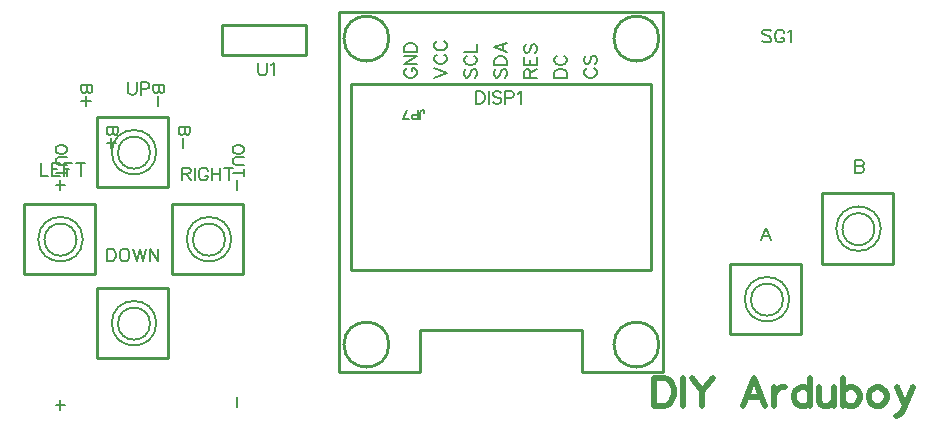
<source format=gto>
G04 ---------------------------- Layer name :TOP SILK LAYER*
G04 easyEDA 0.1*
G04 Scale: 100 percent, Rotated: No, Reflected: No *
G04 Dimensions in inches *
G04 leading zeros omitted , absolute positions ,2 integer and 4 * 
%FSLAX24Y24*%
%MOIN*%
G90*
G70D02*

%ADD10C,0.010000*%
%ADD11C,0.005000*%
%ADD12C,0.020000*%
%ADD13C,0.008000*%
%ADD14C,0.007000*%
%ADD15C,0.006000*%

%LPD*%
G54D10*
G01X12500Y13850D02*
G01X23300Y13850D01*
G01X12500Y13850D02*
G01X12500Y1850D01*
G01X12500Y1850D02*
G01X15200Y1850D01*
G01X23300Y13850D02*
G01X23300Y1850D01*
G01X15200Y3250D02*
G01X20600Y3250D01*
G01X20600Y1850D01*
G01X15200Y3250D02*
G01X15200Y1850D01*
G01X20600Y1850D02*
G01X23300Y1850D01*
G01X12900Y11250D02*
G01X12900Y11450D01*
G01X22900Y11450D01*
G01X22900Y5250D01*
G01X12900Y5250D01*
G01X12900Y11250D01*
G01X11400Y12400D02*
G01X8600Y12400D01*
G01X8600Y12400D02*
G01X8600Y13400D01*
G01X8600Y13400D02*
G01X11400Y13400D01*
G01X11400Y13400D02*
G01X11400Y12400D01*
G01X4431Y10350D02*
G01X6793Y10350D01*
G01X6793Y7987D01*
G01X4431Y7987D01*
G01X4431Y10350D01*
G01X6931Y7450D02*
G01X9293Y7450D01*
G01X9293Y5087D01*
G01X6931Y5087D01*
G01X6931Y7450D01*
G01X4431Y4650D02*
G01X6793Y4650D01*
G01X6793Y2287D01*
G01X4431Y2287D01*
G01X4431Y4650D01*
G01X1981Y7450D02*
G01X4343Y7450D01*
G01X4343Y5087D01*
G01X1981Y5087D01*
G01X1981Y7450D01*
G01X25531Y5450D02*
G01X27893Y5450D01*
G01X27893Y3087D01*
G01X25531Y3087D01*
G01X25531Y5450D01*
G01X28581Y7800D02*
G01X30943Y7800D01*
G01X30943Y5437D01*
G01X28581Y5437D01*
G01X28581Y7800D01*
G54D12*
G01X22999Y1649D02*
G01X22999Y695D01*
G01X22999Y1649D02*
G01X23318Y1649D01*
G01X23454Y1604D01*
G01X23545Y1513D01*
G01X23590Y1422D01*
G01X23636Y1286D01*
G01X23636Y1059D01*
G01X23590Y922D01*
G01X23545Y831D01*
G01X23454Y740D01*
G01X23318Y695D01*
G01X22999Y695D01*
G01X23936Y1649D02*
G01X23936Y695D01*
G01X24236Y1649D02*
G01X24599Y1195D01*
G01X24599Y695D01*
G01X24963Y1649D02*
G01X24599Y1195D01*
G01X26327Y1649D02*
G01X25963Y695D01*
G01X26327Y1649D02*
G01X26690Y695D01*
G01X26099Y1013D02*
G01X26554Y1013D01*
G01X26990Y1331D02*
G01X26990Y695D01*
G01X26990Y1059D02*
G01X27036Y1195D01*
G01X27127Y1286D01*
G01X27218Y1331D01*
G01X27354Y1331D01*
G01X28199Y1649D02*
G01X28199Y695D01*
G01X28199Y1195D02*
G01X28109Y1286D01*
G01X28018Y1331D01*
G01X27881Y1331D01*
G01X27790Y1286D01*
G01X27699Y1195D01*
G01X27654Y1059D01*
G01X27654Y968D01*
G01X27699Y831D01*
G01X27790Y740D01*
G01X27881Y695D01*
G01X28018Y695D01*
G01X28109Y740D01*
G01X28199Y831D01*
G01X28499Y1331D02*
G01X28499Y877D01*
G01X28545Y740D01*
G01X28636Y695D01*
G01X28772Y695D01*
G01X28863Y740D01*
G01X28999Y877D01*
G01X28999Y1331D02*
G01X28999Y695D01*
G01X29299Y1649D02*
G01X29299Y695D01*
G01X29299Y1195D02*
G01X29390Y1286D01*
G01X29481Y1331D01*
G01X29618Y1331D01*
G01X29709Y1286D01*
G01X29799Y1195D01*
G01X29845Y1059D01*
G01X29845Y968D01*
G01X29799Y831D01*
G01X29709Y740D01*
G01X29618Y695D01*
G01X29481Y695D01*
G01X29390Y740D01*
G01X29299Y831D01*
G01X30372Y1331D02*
G01X30281Y1286D01*
G01X30190Y1195D01*
G01X30145Y1059D01*
G01X30145Y968D01*
G01X30190Y831D01*
G01X30281Y740D01*
G01X30372Y695D01*
G01X30509Y695D01*
G01X30599Y740D01*
G01X30690Y831D01*
G01X30736Y968D01*
G01X30736Y1059D01*
G01X30690Y1195D01*
G01X30599Y1286D01*
G01X30509Y1331D01*
G01X30372Y1331D01*
G01X31081Y1331D02*
G01X31354Y695D01*
G01X31627Y1331D02*
G01X31354Y695D01*
G01X31263Y513D01*
G01X31172Y422D01*
G01X31081Y377D01*
G01X31036Y377D01*
G54D13*
G01X6667Y11400D02*
G01X6286Y11400D01*
G01X6667Y11400D02*
G01X6667Y11236D01*
G01X6650Y11182D01*
G01X6632Y11163D01*
G01X6594Y11144D01*
G01X6559Y11144D01*
G01X6523Y11163D01*
G01X6505Y11182D01*
G01X6486Y11236D01*
G01X6486Y11400D02*
G01X6486Y11236D01*
G01X6467Y11182D01*
G01X6450Y11163D01*
G01X6413Y11144D01*
G01X6359Y11144D01*
G01X6323Y11163D01*
G01X6305Y11182D01*
G01X6286Y11236D01*
G01X6286Y11400D01*
G01X6450Y11025D02*
G01X6450Y10698D01*
G01X4267Y11400D02*
G01X3886Y11400D01*
G01X4267Y11400D02*
G01X4267Y11236D01*
G01X4250Y11182D01*
G01X4232Y11163D01*
G01X4194Y11144D01*
G01X4159Y11144D01*
G01X4123Y11163D01*
G01X4105Y11182D01*
G01X4086Y11236D01*
G01X4086Y11400D02*
G01X4086Y11236D01*
G01X4067Y11182D01*
G01X4050Y11163D01*
G01X4013Y11144D01*
G01X3959Y11144D01*
G01X3923Y11163D01*
G01X3905Y11182D01*
G01X3886Y11236D01*
G01X3886Y11400D01*
G01X4213Y10861D02*
G01X3886Y10861D01*
G01X4050Y11025D02*
G01X4050Y10698D01*
G01X9317Y9290D02*
G01X9300Y9326D01*
G01X9263Y9363D01*
G01X9226Y9382D01*
G01X9173Y9400D01*
G01X9082Y9400D01*
G01X9026Y9382D01*
G01X8990Y9363D01*
G01X8955Y9326D01*
G01X8936Y9290D01*
G01X8936Y9217D01*
G01X8955Y9182D01*
G01X8990Y9144D01*
G01X9026Y9126D01*
G01X9082Y9109D01*
G01X9173Y9109D01*
G01X9226Y9126D01*
G01X9263Y9144D01*
G01X9300Y9182D01*
G01X9317Y9217D01*
G01X9317Y9290D01*
G01X9317Y8988D02*
G01X9044Y8988D01*
G01X8990Y8971D01*
G01X8955Y8934D01*
G01X8936Y8880D01*
G01X8936Y8844D01*
G01X8955Y8788D01*
G01X8990Y8753D01*
G01X9044Y8734D01*
G01X9317Y8734D01*
G01X9317Y8486D02*
G01X8936Y8486D01*
G01X9317Y8615D02*
G01X9317Y8359D01*
G01X9100Y8240D02*
G01X9100Y7913D01*
G01X7517Y10000D02*
G01X7136Y10000D01*
G01X7517Y10000D02*
G01X7517Y9836D01*
G01X7500Y9782D01*
G01X7482Y9763D01*
G01X7444Y9744D01*
G01X7409Y9744D01*
G01X7373Y9763D01*
G01X7355Y9782D01*
G01X7336Y9836D01*
G01X7336Y10000D02*
G01X7336Y9836D01*
G01X7317Y9782D01*
G01X7300Y9763D01*
G01X7263Y9744D01*
G01X7209Y9744D01*
G01X7173Y9763D01*
G01X7155Y9782D01*
G01X7136Y9836D01*
G01X7136Y10000D01*
G01X7300Y9625D02*
G01X7300Y9298D01*
G01X5117Y10000D02*
G01X4736Y10000D01*
G01X5117Y10000D02*
G01X5117Y9836D01*
G01X5100Y9782D01*
G01X5082Y9763D01*
G01X5044Y9744D01*
G01X5009Y9744D01*
G01X4973Y9763D01*
G01X4955Y9782D01*
G01X4936Y9836D01*
G01X4936Y10000D02*
G01X4936Y9836D01*
G01X4917Y9782D01*
G01X4900Y9763D01*
G01X4863Y9744D01*
G01X4809Y9744D01*
G01X4773Y9763D01*
G01X4755Y9782D01*
G01X4736Y9836D01*
G01X4736Y10000D01*
G01X5063Y9461D02*
G01X4736Y9461D01*
G01X4900Y9625D02*
G01X4900Y9298D01*
G01X3417Y9290D02*
G01X3400Y9326D01*
G01X3363Y9363D01*
G01X3326Y9382D01*
G01X3273Y9400D01*
G01X3182Y9400D01*
G01X3126Y9382D01*
G01X3090Y9363D01*
G01X3055Y9326D01*
G01X3036Y9290D01*
G01X3036Y9217D01*
G01X3055Y9182D01*
G01X3090Y9144D01*
G01X3126Y9126D01*
G01X3182Y9109D01*
G01X3273Y9109D01*
G01X3326Y9126D01*
G01X3363Y9144D01*
G01X3400Y9182D01*
G01X3417Y9217D01*
G01X3417Y9290D01*
G01X3417Y8988D02*
G01X3144Y8988D01*
G01X3090Y8971D01*
G01X3055Y8934D01*
G01X3036Y8880D01*
G01X3036Y8844D01*
G01X3055Y8788D01*
G01X3090Y8753D01*
G01X3144Y8734D01*
G01X3417Y8734D01*
G01X3417Y8486D02*
G01X3036Y8486D01*
G01X3417Y8615D02*
G01X3417Y8359D01*
G01X3363Y8076D02*
G01X3036Y8076D01*
G01X3200Y8240D02*
G01X3200Y7913D01*
G01X9100Y1000D02*
G01X9100Y673D01*
G01X3363Y736D02*
G01X3036Y736D01*
G01X3200Y900D02*
G01X3200Y573D01*
G54D14*
G01X17050Y11200D02*
G01X17050Y10771D01*
G01X17050Y11200D02*
G01X17192Y11200D01*
G01X17255Y11180D01*
G01X17294Y11138D01*
G01X17315Y11098D01*
G01X17336Y11036D01*
G01X17336Y10934D01*
G01X17315Y10873D01*
G01X17294Y10832D01*
G01X17255Y10790D01*
G01X17192Y10771D01*
G01X17050Y10771D01*
G01X17471Y11200D02*
G01X17471Y10771D01*
G01X17892Y11138D02*
G01X17852Y11180D01*
G01X17790Y11200D01*
G01X17709Y11200D01*
G01X17646Y11180D01*
G01X17605Y11138D01*
G01X17605Y11098D01*
G01X17627Y11057D01*
G01X17646Y11036D01*
G01X17688Y11015D01*
G01X17811Y10975D01*
G01X17852Y10955D01*
G01X17871Y10934D01*
G01X17892Y10894D01*
G01X17892Y10832D01*
G01X17852Y10790D01*
G01X17790Y10771D01*
G01X17709Y10771D01*
G01X17646Y10790D01*
G01X17605Y10832D01*
G01X18028Y11200D02*
G01X18028Y10771D01*
G01X18028Y11200D02*
G01X18211Y11200D01*
G01X18273Y11180D01*
G01X18294Y11159D01*
G01X18313Y11119D01*
G01X18313Y11057D01*
G01X18294Y11015D01*
G01X18273Y10996D01*
G01X18211Y10975D01*
G01X18028Y10975D01*
G01X18448Y11119D02*
G01X18490Y11138D01*
G01X18551Y11200D01*
G01X18551Y10771D01*
G01X14757Y11957D02*
G01X14715Y11936D01*
G01X14675Y11894D01*
G01X14655Y11855D01*
G01X14655Y11773D01*
G01X14675Y11732D01*
G01X14715Y11690D01*
G01X14757Y11669D01*
G01X14817Y11650D01*
G01X14919Y11650D01*
G01X14982Y11669D01*
G01X15023Y11690D01*
G01X15063Y11732D01*
G01X15084Y11773D01*
G01X15084Y11855D01*
G01X15063Y11894D01*
G01X15023Y11936D01*
G01X14982Y11957D01*
G01X14919Y11957D01*
G01X14919Y11855D02*
G01X14919Y11957D01*
G01X14655Y12092D02*
G01X15084Y12092D01*
G01X14655Y12092D02*
G01X15084Y12378D01*
G01X14655Y12378D02*
G01X15084Y12378D01*
G01X14655Y12513D02*
G01X15084Y12513D01*
G01X14655Y12513D02*
G01X14655Y12655D01*
G01X14675Y12717D01*
G01X14715Y12759D01*
G01X14757Y12778D01*
G01X14817Y12800D01*
G01X14919Y12800D01*
G01X14982Y12778D01*
G01X15023Y12759D01*
G01X15063Y12717D01*
G01X15084Y12655D01*
G01X15084Y12513D01*
G01X15655Y11650D02*
G01X16084Y11813D01*
G01X15655Y11976D02*
G01X16084Y11813D01*
G01X15757Y12419D02*
G01X15715Y12398D01*
G01X15675Y12357D01*
G01X15655Y12317D01*
G01X15655Y12234D01*
G01X15675Y12194D01*
G01X15715Y12153D01*
G01X15757Y12132D01*
G01X15817Y12111D01*
G01X15919Y12111D01*
G01X15982Y12132D01*
G01X16023Y12153D01*
G01X16063Y12194D01*
G01X16084Y12234D01*
G01X16084Y12317D01*
G01X16063Y12357D01*
G01X16023Y12398D01*
G01X15982Y12419D01*
G01X15757Y12861D02*
G01X15715Y12840D01*
G01X15675Y12800D01*
G01X15655Y12759D01*
G01X15655Y12676D01*
G01X15675Y12636D01*
G01X15715Y12594D01*
G01X15757Y12575D01*
G01X15817Y12553D01*
G01X15919Y12553D01*
G01X15982Y12575D01*
G01X16023Y12594D01*
G01X16063Y12636D01*
G01X16084Y12676D01*
G01X16084Y12759D01*
G01X16063Y12800D01*
G01X16023Y12840D01*
G01X15982Y12861D01*
G01X16715Y11936D02*
G01X16675Y11894D01*
G01X16655Y11834D01*
G01X16655Y11751D01*
G01X16675Y11690D01*
G01X16715Y11650D01*
G01X16757Y11650D01*
G01X16798Y11669D01*
G01X16817Y11690D01*
G01X16838Y11732D01*
G01X16880Y11855D01*
G01X16900Y11894D01*
G01X16919Y11915D01*
G01X16961Y11936D01*
G01X17023Y11936D01*
G01X17063Y11894D01*
G01X17084Y11834D01*
G01X17084Y11751D01*
G01X17063Y11690D01*
G01X17023Y11650D01*
G01X16757Y12378D02*
G01X16715Y12357D01*
G01X16675Y12317D01*
G01X16655Y12276D01*
G01X16655Y12194D01*
G01X16675Y12153D01*
G01X16715Y12111D01*
G01X16757Y12092D01*
G01X16817Y12071D01*
G01X16919Y12071D01*
G01X16982Y12092D01*
G01X17023Y12111D01*
G01X17063Y12153D01*
G01X17084Y12194D01*
G01X17084Y12276D01*
G01X17063Y12317D01*
G01X17023Y12357D01*
G01X16982Y12378D01*
G01X16655Y12513D02*
G01X17084Y12513D01*
G01X17084Y12513D02*
G01X17084Y12759D01*
G01X17715Y11936D02*
G01X17675Y11894D01*
G01X17655Y11834D01*
G01X17655Y11751D01*
G01X17675Y11690D01*
G01X17715Y11650D01*
G01X17757Y11650D01*
G01X17798Y11669D01*
G01X17817Y11690D01*
G01X17838Y11732D01*
G01X17880Y11855D01*
G01X17900Y11894D01*
G01X17919Y11915D01*
G01X17961Y11936D01*
G01X18023Y11936D01*
G01X18063Y11894D01*
G01X18084Y11834D01*
G01X18084Y11751D01*
G01X18063Y11690D01*
G01X18023Y11650D01*
G01X17655Y12071D02*
G01X18084Y12071D01*
G01X17655Y12071D02*
G01X17655Y12215D01*
G01X17675Y12276D01*
G01X17715Y12317D01*
G01X17757Y12336D01*
G01X17817Y12357D01*
G01X17919Y12357D01*
G01X17982Y12336D01*
G01X18023Y12317D01*
G01X18063Y12276D01*
G01X18084Y12215D01*
G01X18084Y12071D01*
G01X17655Y12655D02*
G01X18084Y12492D01*
G01X17655Y12655D02*
G01X18084Y12819D01*
G01X17940Y12553D02*
G01X17940Y12759D01*
G01X18655Y11650D02*
G01X19084Y11650D01*
G01X18655Y11650D02*
G01X18655Y11834D01*
G01X18675Y11894D01*
G01X18694Y11915D01*
G01X18736Y11936D01*
G01X18777Y11936D01*
G01X18817Y11915D01*
G01X18838Y11894D01*
G01X18859Y11834D01*
G01X18859Y11650D01*
G01X18859Y11792D02*
G01X19084Y11936D01*
G01X18655Y12071D02*
G01X19084Y12071D01*
G01X18655Y12071D02*
G01X18655Y12336D01*
G01X18859Y12071D02*
G01X18859Y12234D01*
G01X19084Y12071D02*
G01X19084Y12336D01*
G01X18715Y12759D02*
G01X18675Y12717D01*
G01X18655Y12655D01*
G01X18655Y12575D01*
G01X18675Y12513D01*
G01X18715Y12471D01*
G01X18757Y12471D01*
G01X18798Y12492D01*
G01X18817Y12513D01*
G01X18838Y12553D01*
G01X18880Y12676D01*
G01X18900Y12717D01*
G01X18919Y12738D01*
G01X18961Y12759D01*
G01X19023Y12759D01*
G01X19063Y12717D01*
G01X19084Y12655D01*
G01X19084Y12575D01*
G01X19063Y12513D01*
G01X19023Y12471D01*
G01X19655Y11650D02*
G01X20084Y11650D01*
G01X19655Y11650D02*
G01X19655Y11792D01*
G01X19675Y11855D01*
G01X19715Y11894D01*
G01X19757Y11915D01*
G01X19817Y11936D01*
G01X19919Y11936D01*
G01X19982Y11915D01*
G01X20023Y11894D01*
G01X20063Y11855D01*
G01X20084Y11792D01*
G01X20084Y11650D01*
G01X19757Y12378D02*
G01X19715Y12357D01*
G01X19675Y12317D01*
G01X19655Y12276D01*
G01X19655Y12194D01*
G01X19675Y12153D01*
G01X19715Y12111D01*
G01X19757Y12092D01*
G01X19817Y12071D01*
G01X19919Y12071D01*
G01X19982Y12092D01*
G01X20023Y12111D01*
G01X20063Y12153D01*
G01X20084Y12194D01*
G01X20084Y12276D01*
G01X20063Y12317D01*
G01X20023Y12357D01*
G01X19982Y12378D01*
G01X20757Y11957D02*
G01X20715Y11936D01*
G01X20675Y11894D01*
G01X20655Y11855D01*
G01X20655Y11773D01*
G01X20675Y11732D01*
G01X20715Y11690D01*
G01X20757Y11669D01*
G01X20817Y11650D01*
G01X20919Y11650D01*
G01X20982Y11669D01*
G01X21023Y11690D01*
G01X21063Y11732D01*
G01X21084Y11773D01*
G01X21084Y11855D01*
G01X21063Y11894D01*
G01X21023Y11936D01*
G01X20982Y11957D01*
G01X20715Y12378D02*
G01X20675Y12336D01*
G01X20655Y12276D01*
G01X20655Y12194D01*
G01X20675Y12132D01*
G01X20715Y12092D01*
G01X20757Y12092D01*
G01X20798Y12111D01*
G01X20817Y12132D01*
G01X20838Y12173D01*
G01X20880Y12296D01*
G01X20900Y12336D01*
G01X20919Y12357D01*
G01X20961Y12378D01*
G01X21023Y12378D01*
G01X21063Y12336D01*
G01X21084Y12276D01*
G01X21084Y12194D01*
G01X21063Y12132D01*
G01X21023Y12092D01*
G01X9800Y12150D02*
G01X9800Y11844D01*
G01X9819Y11782D01*
G01X9861Y11740D01*
G01X9923Y11721D01*
G01X9963Y11721D01*
G01X10025Y11740D01*
G01X10065Y11782D01*
G01X10086Y11844D01*
G01X10086Y12150D01*
G01X10221Y12069D02*
G01X10261Y12088D01*
G01X10323Y12150D01*
G01X10323Y11721D01*
G01X5450Y11500D02*
G01X5450Y11194D01*
G01X5469Y11132D01*
G01X5511Y11090D01*
G01X5573Y11071D01*
G01X5613Y11071D01*
G01X5675Y11090D01*
G01X5715Y11132D01*
G01X5736Y11194D01*
G01X5736Y11500D01*
G01X5871Y11500D02*
G01X5871Y11071D01*
G01X5871Y11500D02*
G01X6055Y11500D01*
G01X6117Y11480D01*
G01X6136Y11459D01*
G01X6157Y11419D01*
G01X6157Y11357D01*
G01X6136Y11315D01*
G01X6117Y11296D01*
G01X6055Y11275D01*
G01X5871Y11275D01*
G01X7250Y8650D02*
G01X7250Y8221D01*
G01X7250Y8650D02*
G01X7434Y8650D01*
G01X7494Y8630D01*
G01X7515Y8609D01*
G01X7536Y8569D01*
G01X7536Y8528D01*
G01X7515Y8486D01*
G01X7494Y8465D01*
G01X7434Y8446D01*
G01X7250Y8446D01*
G01X7392Y8446D02*
G01X7536Y8221D01*
G01X7671Y8650D02*
G01X7671Y8221D01*
G01X8113Y8548D02*
G01X8092Y8588D01*
G01X8051Y8630D01*
G01X8011Y8650D01*
G01X7928Y8650D01*
G01X7888Y8630D01*
G01X7846Y8588D01*
G01X7826Y8548D01*
G01X7805Y8486D01*
G01X7805Y8384D01*
G01X7826Y8323D01*
G01X7846Y8282D01*
G01X7888Y8240D01*
G01X7928Y8221D01*
G01X8011Y8221D01*
G01X8051Y8240D01*
G01X8092Y8282D01*
G01X8113Y8323D01*
G01X8113Y8384D01*
G01X8011Y8384D02*
G01X8113Y8384D01*
G01X8248Y8650D02*
G01X8248Y8221D01*
G01X8534Y8650D02*
G01X8534Y8221D01*
G01X8248Y8446D02*
G01X8534Y8446D01*
G01X8813Y8650D02*
G01X8813Y8221D01*
G01X8669Y8650D02*
G01X8955Y8650D01*
G01X4750Y5950D02*
G01X4750Y5521D01*
G01X4750Y5950D02*
G01X4892Y5950D01*
G01X4955Y5930D01*
G01X4994Y5888D01*
G01X5015Y5848D01*
G01X5036Y5786D01*
G01X5036Y5684D01*
G01X5015Y5623D01*
G01X4994Y5582D01*
G01X4955Y5540D01*
G01X4892Y5521D01*
G01X4750Y5521D01*
G01X5294Y5950D02*
G01X5253Y5930D01*
G01X5211Y5888D01*
G01X5192Y5848D01*
G01X5171Y5786D01*
G01X5171Y5684D01*
G01X5192Y5623D01*
G01X5211Y5582D01*
G01X5253Y5540D01*
G01X5294Y5521D01*
G01X5376Y5521D01*
G01X5417Y5540D01*
G01X5457Y5582D01*
G01X5478Y5623D01*
G01X5498Y5684D01*
G01X5498Y5786D01*
G01X5478Y5848D01*
G01X5457Y5888D01*
G01X5417Y5930D01*
G01X5376Y5950D01*
G01X5294Y5950D01*
G01X5634Y5950D02*
G01X5736Y5521D01*
G01X5838Y5950D02*
G01X5736Y5521D01*
G01X5838Y5950D02*
G01X5940Y5521D01*
G01X6042Y5950D02*
G01X5940Y5521D01*
G01X6178Y5950D02*
G01X6178Y5521D01*
G01X6178Y5950D02*
G01X6463Y5521D01*
G01X6463Y5950D02*
G01X6463Y5521D01*
G01X2550Y8800D02*
G01X2550Y8371D01*
G01X2550Y8371D02*
G01X2794Y8371D01*
G01X2930Y8800D02*
G01X2930Y8371D01*
G01X2930Y8800D02*
G01X3196Y8800D01*
G01X2930Y8596D02*
G01X3094Y8596D01*
G01X2930Y8371D02*
G01X3196Y8371D01*
G01X3330Y8800D02*
G01X3330Y8371D01*
G01X3330Y8800D02*
G01X3596Y8800D01*
G01X3330Y8596D02*
G01X3494Y8596D01*
G01X3875Y8800D02*
G01X3875Y8371D01*
G01X3732Y8800D02*
G01X4019Y8800D01*
G01X26713Y6650D02*
G01X26550Y6221D01*
G01X26713Y6650D02*
G01X26877Y6221D01*
G01X26611Y6363D02*
G01X26815Y6363D01*
G01X29700Y8900D02*
G01X29700Y8471D01*
G01X29700Y8900D02*
G01X29884Y8900D01*
G01X29944Y8880D01*
G01X29965Y8859D01*
G01X29985Y8819D01*
G01X29985Y8778D01*
G01X29965Y8736D01*
G01X29944Y8715D01*
G01X29884Y8696D01*
G01X29700Y8696D02*
G01X29884Y8696D01*
G01X29944Y8675D01*
G01X29965Y8655D01*
G01X29985Y8613D01*
G01X29985Y8553D01*
G01X29965Y8511D01*
G01X29944Y8490D01*
G01X29884Y8471D01*
G01X29700Y8471D01*
G01X26886Y13189D02*
G01X26844Y13230D01*
G01X26784Y13250D01*
G01X26702Y13250D01*
G01X26640Y13230D01*
G01X26600Y13189D01*
G01X26600Y13148D01*
G01X26619Y13107D01*
G01X26640Y13087D01*
G01X26682Y13066D01*
G01X26805Y13025D01*
G01X26844Y13005D01*
G01X26865Y12985D01*
G01X26886Y12944D01*
G01X26886Y12882D01*
G01X26844Y12841D01*
G01X26784Y12821D01*
G01X26702Y12821D01*
G01X26640Y12841D01*
G01X26600Y12882D01*
G01X27328Y13148D02*
G01X27307Y13189D01*
G01X27267Y13230D01*
G01X27226Y13250D01*
G01X27144Y13250D01*
G01X27103Y13230D01*
G01X27061Y13189D01*
G01X27042Y13148D01*
G01X27021Y13087D01*
G01X27021Y12985D01*
G01X27042Y12923D01*
G01X27061Y12882D01*
G01X27103Y12841D01*
G01X27144Y12821D01*
G01X27226Y12821D01*
G01X27267Y12841D01*
G01X27307Y12882D01*
G01X27328Y12923D01*
G01X27328Y12985D01*
G01X27226Y12985D02*
G01X27328Y12985D01*
G01X27463Y13169D02*
G01X27503Y13189D01*
G01X27564Y13250D01*
G01X27564Y12821D01*
G54D15*
G01X15194Y10265D02*
G01X15194Y10484D01*
G01X15207Y10525D01*
G01X15221Y10538D01*
G01X15248Y10553D01*
G01X15275Y10553D01*
G01X15303Y10538D01*
G01X15315Y10525D01*
G01X15330Y10484D01*
G01X15330Y10457D01*
G01X15103Y10265D02*
G01X15103Y10553D01*
G01X15103Y10265D02*
G01X14980Y10265D01*
G01X14940Y10280D01*
G01X14926Y10294D01*
G01X14913Y10321D01*
G01X14913Y10361D01*
G01X14926Y10388D01*
G01X14940Y10403D01*
G01X14980Y10415D01*
G01X15103Y10415D01*
G01X14632Y10265D02*
G01X14767Y10553D01*
G01X14823Y10265D02*
G01X14632Y10265D01*
G54D11*
G75*
G01X6186Y9153D02*
G03X6186Y9144I-535J-5D01*
G01*
G75*
G01X6394Y9169D02*
G03X6394Y9155I-742J-7D01*
G01*
G75*
G01X8686Y6253D02*
G03X8686Y6244I-535J-5D01*
G01*
G75*
G01X8894Y6269D02*
G03X8894Y6255I-742J-7D01*
G01*
G75*
G01X6186Y3453D02*
G03X6186Y3444I-535J-5D01*
G01*
G75*
G01X6394Y3469D02*
G03X6394Y3455I-742J-7D01*
G01*
G75*
G01X3736Y6253D02*
G03X3736Y6244I-535J-5D01*
G01*
G75*
G01X3944Y6269D02*
G03X3944Y6255I-742J-7D01*
G01*
G75*
G01X27286Y4253D02*
G03X27286Y4244I-535J-5D01*
G01*
G75*
G01X27494Y4269D02*
G03X27494Y4255I-742J-7D01*
G01*
G75*
G01X30336Y6603D02*
G03X30336Y6594I-535J-5D01*
G01*
G75*
G01X30544Y6619D02*
G03X30544Y6605I-742J-7D01*
G01*
G54D10*
G75*
G01X14150Y12950D02*
G03X14150Y12950I-750J0D01*
G01*
G75*
G01X23150Y12950D02*
G03X23150Y12950I-750J0D01*
G01*
G75*
G01X23150Y2750D02*
G03X23150Y2750I-750J0D01*
G01*
G75*
G01X14150Y2750D02*
G03X14150Y2750I-750J0D01*
G01*

M00*
M02*
</source>
